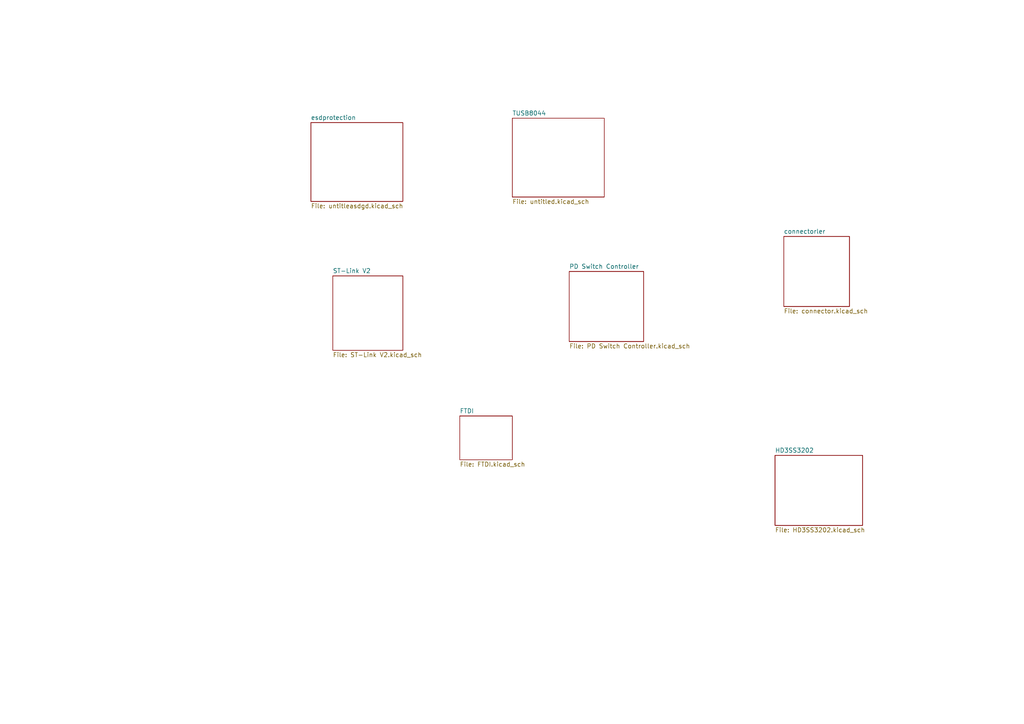
<source format=kicad_sch>
(kicad_sch
	(version 20250114)
	(generator "eeschema")
	(generator_version "9.0")
	(uuid "6d9574af-18a2-4e68-aceb-f8599563ee21")
	(paper "A4")
	(lib_symbols)
	(sheet
		(at 90.17 35.56)
		(size 26.67 22.86)
		(exclude_from_sim no)
		(in_bom yes)
		(on_board yes)
		(dnp no)
		(fields_autoplaced yes)
		(stroke
			(width 0.1524)
			(type solid)
		)
		(fill
			(color 0 0 0 0.0000)
		)
		(uuid "0991a389-8fab-4107-b15b-c06d41762493")
		(property "Sheetname" "esdprotection"
			(at 90.17 34.8484 0)
			(effects
				(font
					(size 1.27 1.27)
				)
				(justify left bottom)
			)
		)
		(property "Sheetfile" "untitleasdgd.kicad_sch"
			(at 90.17 59.0046 0)
			(effects
				(font
					(size 1.27 1.27)
				)
				(justify left top)
			)
		)
		(instances
			(project "Usb 3. v11"
				(path "/6d9574af-18a2-4e68-aceb-f8599563ee21"
					(page "3")
				)
			)
		)
	)
	(sheet
		(at 224.79 132.08)
		(size 25.4 20.32)
		(exclude_from_sim no)
		(in_bom yes)
		(on_board yes)
		(dnp no)
		(fields_autoplaced yes)
		(stroke
			(width 0.1524)
			(type solid)
		)
		(fill
			(color 0 0 0 0.0000)
		)
		(uuid "3b45c635-6887-4b18-888a-a2352f44992d")
		(property "Sheetname" "HD3SS3202"
			(at 224.79 131.3684 0)
			(effects
				(font
					(size 1.27 1.27)
				)
				(justify left bottom)
			)
		)
		(property "Sheetfile" "HD3SS3202.kicad_sch"
			(at 224.79 152.9846 0)
			(effects
				(font
					(size 1.27 1.27)
				)
				(justify left top)
			)
		)
		(instances
			(project "Usb 3. v11"
				(path "/6d9574af-18a2-4e68-aceb-f8599563ee21"
					(page "8")
				)
			)
		)
	)
	(sheet
		(at 96.52 80.01)
		(size 20.32 21.59)
		(exclude_from_sim no)
		(in_bom yes)
		(on_board yes)
		(dnp no)
		(fields_autoplaced yes)
		(stroke
			(width 0.1524)
			(type solid)
		)
		(fill
			(color 0 0 0 0.0000)
		)
		(uuid "44111718-5cf8-487b-a1ba-1bb22e25f1da")
		(property "Sheetname" "ST-Link V2"
			(at 96.52 79.2984 0)
			(effects
				(font
					(size 1.27 1.27)
				)
				(justify left bottom)
			)
		)
		(property "Sheetfile" "ST-Link V2.kicad_sch"
			(at 96.52 102.1846 0)
			(effects
				(font
					(size 1.27 1.27)
				)
				(justify left top)
			)
		)
		(instances
			(project "Usb 3. v11"
				(path "/6d9574af-18a2-4e68-aceb-f8599563ee21"
					(page "6")
				)
			)
		)
	)
	(sheet
		(at 227.33 68.58)
		(size 19.05 20.32)
		(exclude_from_sim no)
		(in_bom yes)
		(on_board yes)
		(dnp no)
		(fields_autoplaced yes)
		(stroke
			(width 0.1524)
			(type solid)
		)
		(fill
			(color 0 0 0 0.0000)
		)
		(uuid "46106a15-fbd0-4142-b6eb-26bd40cbbd6c")
		(property "Sheetname" "connectorler"
			(at 227.33 67.8684 0)
			(effects
				(font
					(size 1.27 1.27)
				)
				(justify left bottom)
			)
		)
		(property "Sheetfile" "connector.kicad_sch"
			(at 227.33 89.4846 0)
			(effects
				(font
					(size 1.27 1.27)
				)
				(justify left top)
			)
		)
		(property "Field2" ""
			(at 227.33 68.58 0)
			(effects
				(font
					(size 1.27 1.27)
				)
			)
		)
		(instances
			(project "Usb 3. v11"
				(path "/6d9574af-18a2-4e68-aceb-f8599563ee21"
					(page "7")
				)
			)
		)
	)
	(sheet
		(at 133.35 120.65)
		(size 15.24 12.7)
		(exclude_from_sim no)
		(in_bom yes)
		(on_board yes)
		(dnp no)
		(fields_autoplaced yes)
		(stroke
			(width 0.1524)
			(type solid)
		)
		(fill
			(color 0 0 0 0.0000)
		)
		(uuid "b0bf05aa-9b14-4ce4-a8b0-ac7ba2a0296f")
		(property "Sheetname" "FTDI"
			(at 133.35 119.9384 0)
			(effects
				(font
					(size 1.27 1.27)
				)
				(justify left bottom)
			)
		)
		(property "Sheetfile" "FTDI.kicad_sch"
			(at 133.35 133.9346 0)
			(effects
				(font
					(size 1.27 1.27)
				)
				(justify left top)
			)
		)
		(instances
			(project "Usb 3. v11"
				(path "/6d9574af-18a2-4e68-aceb-f8599563ee21"
					(page "5")
				)
			)
		)
	)
	(sheet
		(at 148.59 34.29)
		(size 26.67 22.86)
		(exclude_from_sim no)
		(in_bom yes)
		(on_board yes)
		(dnp no)
		(fields_autoplaced yes)
		(stroke
			(width 0.1524)
			(type solid)
		)
		(fill
			(color 0 0 0 0.0000)
		)
		(uuid "c8cf7adf-d2c2-4e06-8866-76f0f08db8af")
		(property "Sheetname" "TUSB8044"
			(at 148.59 33.5784 0)
			(effects
				(font
					(size 1.27 1.27)
				)
				(justify left bottom)
			)
		)
		(property "Sheetfile" "untitled.kicad_sch"
			(at 148.59 57.7346 0)
			(effects
				(font
					(size 1.27 1.27)
				)
				(justify left top)
			)
		)
		(instances
			(project "Usb 3. v11"
				(path "/6d9574af-18a2-4e68-aceb-f8599563ee21"
					(page "2")
				)
			)
		)
	)
	(sheet
		(at 165.1 78.74)
		(size 21.59 20.32)
		(exclude_from_sim no)
		(in_bom yes)
		(on_board yes)
		(dnp no)
		(fields_autoplaced yes)
		(stroke
			(width 0.1524)
			(type solid)
		)
		(fill
			(color 0 0 0 0.0000)
		)
		(uuid "e047f2ab-0dae-4d16-984f-d9adc8bc7a83")
		(property "Sheetname" "PD Switch Controller"
			(at 165.1 78.0284 0)
			(effects
				(font
					(size 1.27 1.27)
				)
				(justify left bottom)
			)
		)
		(property "Sheetfile" "PD Switch Controller.kicad_sch"
			(at 165.1 99.6446 0)
			(effects
				(font
					(size 1.27 1.27)
				)
				(justify left top)
			)
		)
		(instances
			(project "Usb 3. v11"
				(path "/6d9574af-18a2-4e68-aceb-f8599563ee21"
					(page "7")
				)
			)
		)
	)
	(sheet_instances
		(path "/"
			(page "1")
		)
	)
	(embedded_fonts no)
)

</source>
